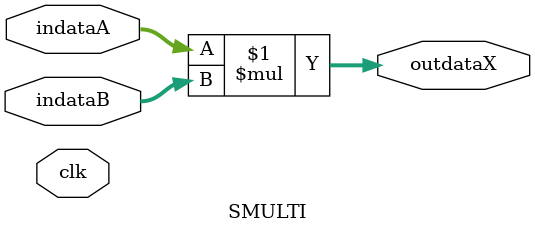
<source format=v>
`timescale 1ns / 1ps
module SMULTI#(parameter BWIDTH=64)(
		input clk,
		input signed [BWIDTH-1:0] indataA,
		input signed [BWIDTH-1:0] indataB,
		output signed [BWIDTH*2-1:0] outdataX
    );
	assign outdataX =indataA * indataB;

endmodule

</source>
